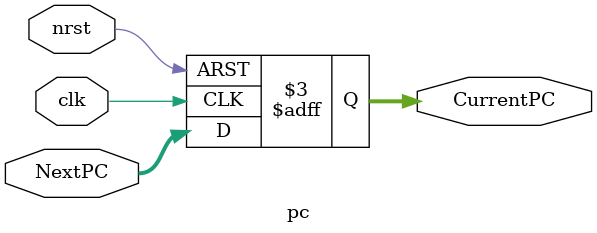
<source format=v>
`timescale 1ns / 1ps

module pc 
    (
        input               clk,
        input               nrst,
        input       [31:0]  NextPC,
        output reg  [31:0]  CurrentPC
    );
    
    always@(posedge clk or negedge nrst) begin
        if (!nrst) begin
            CurrentPC <= 0;
        end else begin
            CurrentPC <= NextPC;
        end
    end
       
endmodule
</source>
